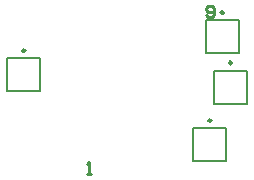
<source format=gto>
G04 Layer_Color=65535*
%FSLAX25Y25*%
%MOIN*%
G70*
G01*
G75*
%ADD12C,0.00984*%
%ADD13C,0.00787*%
%ADD14C,0.01000*%
D12*
X-33268Y12106D02*
G03*
X-33268Y12106I-492J0D01*
G01*
X28740Y-11220D02*
G03*
X28740Y-11220I-492J0D01*
G01*
X32874Y24705D02*
G03*
X32874Y24705I-492J0D01*
G01*
X35630Y7972D02*
G03*
X35630Y7972I-492J0D01*
G01*
D13*
X-39272Y-1476D02*
Y9547D01*
X-39272Y-1476D02*
X-28248D01*
Y9547D01*
X-39272Y9547D02*
X-28248D01*
X22736Y-24803D02*
Y-13780D01*
X22736Y-24803D02*
X33760D01*
Y-13780D01*
X22736Y-13780D02*
X33760D01*
X26870Y11122D02*
Y22146D01*
X26870Y11122D02*
X37894D01*
Y22146D01*
X26870Y22146D02*
X37894D01*
X29626Y5413D02*
X40650D01*
X40650Y-5610D02*
Y5413D01*
X29626Y-5610D02*
X40650D01*
X29626Y-5610D02*
Y5413D01*
D14*
X26870Y23786D02*
X27526Y23130D01*
X28838D01*
X29494Y23786D01*
Y26410D01*
X28838Y27066D01*
X27526D01*
X26870Y26410D01*
Y25754D01*
X27526Y25098D01*
X29494D01*
X-12598Y-29134D02*
X-11287D01*
X-11942D01*
Y-25198D01*
X-12598Y-25854D01*
M02*

</source>
